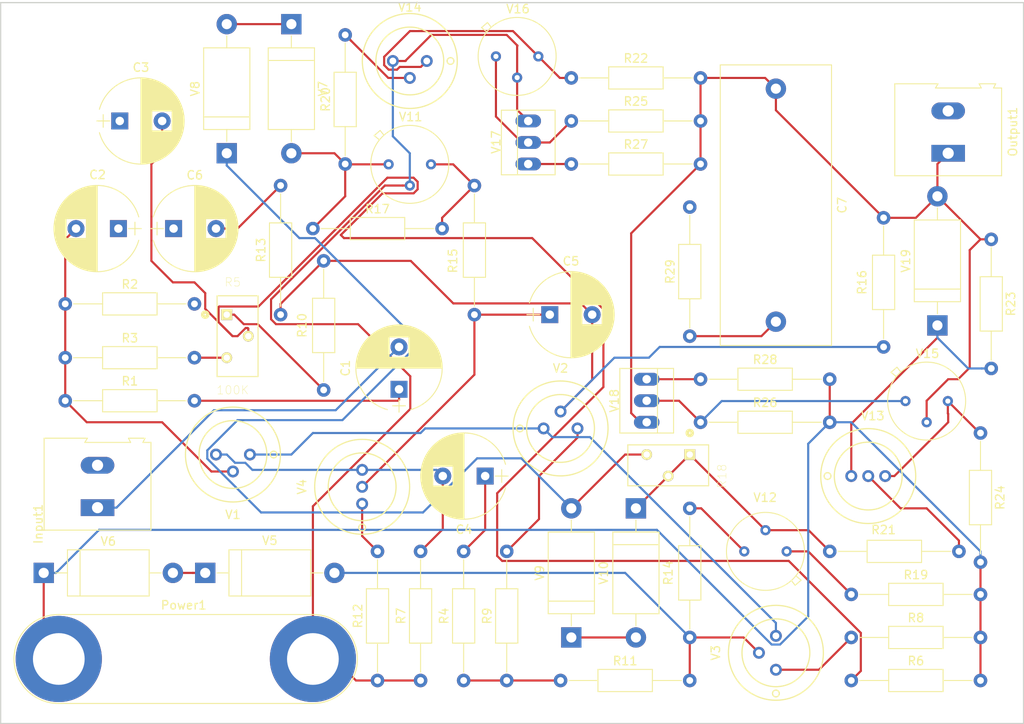
<source format=kicad_pcb>
(kicad_pcb (version 4) (host pcbnew 4.0.7)
  (layers (0 F.Cu signal) (31 B.Cu signal) (34 B.Paste user) (35 F.Paste user) (36 B.SilkS user) (37 F.SilkS user) (38 B.Mask user) (39 F.Mask user) (44 Edge.Cuts user))
  (net 0 "")
  (net 1 "Net-(C1-Pad1)")
  (net 2 "Net-(C1-Pad2)")
  (net 3 GNDD)
  (net 4 "Net-(C2-Pad2)")
  (net 5 "Net-(C3-Pad2)")
  (net 6 "Net-(C4-Pad1)")
  (net 7 "Net-(C4-Pad2)")
  (net 8 "Net-(C5-Pad1)")
  (net 9 "Net-(C5-Pad2)")
  (net 10 "Net-(C6-Pad2)")
  (net 11 "Net-(C7-Pad1)")
  (net 12 "Net-(C7-Pad2)")
  (net 13 +VDC)
  (net 14 -VDC)
  (net 15 "Net-(R3-Pad2)")
  (net 16 "Net-(R10-Pad2)")
  (net 17 "Net-(R8-Pad1)")
  (net 18 "Net-(R9-Pad2)")
  (net 19 "Net-(R11-Pad2)")
  (net 20 "Net-(R12-Pad2)")
  (net 21 "Net-(R14-Pad1)")
  (net 22 "Net-(R15-Pad1)")
  (net 23 "Net-(R17-Pad1)")
  (net 24 "Net-(R18-Pad1)")
  (net 25 "Net-(R18-Pad3)")
  (net 26 "Net-(R19-Pad1)")
  (net 27 "Net-(R20-Pad2)")
  (net 28 "Net-(R21-Pad1)")
  (net 29 "Net-(R22-Pad1)")
  (net 30 "Net-(R23-Pad2)")
  (net 31 "Net-(R24-Pad1)")
  (net 32 "Net-(R25-Pad1)")
  (net 33 "Net-(R26-Pad1)")
  (net 34 "Net-(R27-Pad1)")
  (net 35 "Net-(R28-Pad1)")
  (net 36 "Net-(V1-Pad1)")
  (net 37 "Net-(V5-Pad1)")
  (net 38 "Net-(V7-Pad1)")
  (net 39 "Net-(V10-Pad2)")
  (module Transistors_OldSowjetAera:OldSowjetaera_Transistor_Type-II_SmallPads (layer F.Cu) (at 150.59 105.41 180)
    (fp_text reference V1 (at 0 -7.1 180) (layer F.SilkS))
    (fp_text value "П307В ")
    (pad 2 thru_hole circle (at 0 -2 180) (size 1.4 1.4) (drill 0.8) (layers *.Cu *.Mask) (net 4 "Net-(C2-Pad2)"))
    (pad 1 thru_hole circle (at -2 0 180) (size 1.4 1.4) (drill 0.8) (layers *.Cu *.Mask) (net 36 "Net-(V1-Pad1)"))
    (pad 3 thru_hole circle (at 2 0 180) (size 1.4 1.4) (drill 0.8) (layers *.Cu *.Mask) (net 7 "Net-(C4-Pad2)"))
  )
  (module Capacitors_THT:CP_Radial_D10.0mm_P5.00mm (layer F.Cu) (at 170.18 97.71 90)
    (fp_text reference C1 (at 2.5 -6.31 90) (layer F.SilkS))
    (fp_text value "10,0 x 15 V")
    (pad 1 thru_hole rect (at 0 0 90) (size 2 2) (drill 1) (layers *.Cu *.Mask) (net 1 "Net-(C1-Pad1)"))
    (pad 2 thru_hole circle (at 5 0 90) (size 2 2) (drill 1) (layers *.Cu *.Mask) (net 2 "Net-(C1-Pad2)"))
  )
  (module Capacitors_THT:CP_Radial_D10.0mm_P5.00mm (layer F.Cu) (at 137.08 78.74 180)
    (fp_text reference C2 (at 2.46 6.35 180) (layer F.SilkS))
    (fp_text value 2200)
    (pad 1 thru_hole rect (at 0 0 180) (size 2 2) (drill 1) (layers *.Cu *.Mask) (net 3 GNDD))
    (pad 2 thru_hole circle (at 5 0 180) (size 2 2) (drill 1) (layers *.Cu *.Mask) (net 4 "Net-(C2-Pad2)"))
  )
  (module Capacitors_THT:CP_Radial_D10.0mm_P5.00mm (layer F.Cu) (at 137.24 66.04)
    (fp_text reference C3 (at 2.5 -6.31) (layer F.SilkS))
    (fp_text value "10,0 x 15 V")
    (pad 1 thru_hole rect (at 0 0) (size 2 2) (drill 1) (layers *.Cu *.Mask) (net 3 GNDD))
    (pad 2 thru_hole circle (at 5 0) (size 2 2) (drill 1) (layers *.Cu *.Mask) (net 5 "Net-(C3-Pad2)"))
  )
  (module Capacitors_THT:CP_Radial_D10.0mm_P5.00mm (layer F.Cu) (at 180.34 107.95 180)
    (fp_text reference C4 (at 2.5 -6.31 180) (layer F.SilkS))
    (fp_text value 0,033)
    (pad 1 thru_hole rect (at 0 0 180) (size 2 2) (drill 1) (layers *.Cu *.Mask) (net 6 "Net-(C4-Pad1)"))
    (pad 2 thru_hole circle (at 5 0 180) (size 2 2) (drill 1) (layers *.Cu *.Mask) (net 7 "Net-(C4-Pad2)"))
  )
  (module Capacitors_THT:CP_Radial_D10.0mm_P5.00mm (layer F.Cu) (at 187.96 88.9)
    (fp_text reference C5 (at 2.5 -6.31) (layer F.SilkS))
    (fp_text value 100)
    (pad 1 thru_hole rect (at 0 0) (size 2 2) (drill 1) (layers *.Cu *.Mask) (net 8 "Net-(C5-Pad1)"))
    (pad 2 thru_hole circle (at 5 0) (size 2 2) (drill 1) (layers *.Cu *.Mask) (net 9 "Net-(C5-Pad2)"))
  )
  (module Capacitors_THT:CP_Radial_D10.0mm_P5.00mm (layer F.Cu) (at 143.59 78.74)
    (fp_text reference C6 (at 2.5 -6.31) (layer F.SilkS))
    (fp_text value "50,0 x 15V")
    (pad 1 thru_hole rect (at 0 0) (size 2 2) (drill 1) (layers *.Cu *.Mask) (net 3 GNDD))
    (pad 2 thru_hole circle (at 5 0) (size 2 2) (drill 1) (layers *.Cu *.Mask) (net 10 "Net-(C6-Pad2)"))
  )
  (module Capacitors_THT:C_Rect_L33.0mm_W13.0mm_P27.50mm_MKS4 (layer F.Cu) (at 214.63 62.23 270)
    (fp_text reference C7 (at 13.75 -7.81 270) (layer F.SilkS))
    (fp_text value 0,1)
    (pad 1 thru_hole circle (at 0 0 270) (size 2.4 2.4) (drill 1.2) (layers *.Cu *.Mask) (net 11 "Net-(C7-Pad1)"))
    (pad 2 thru_hole circle (at 27.5 0 270) (size 2.4 2.4) (drill 1.2) (layers *.Cu *.Mask) (net 12 "Net-(C7-Pad2)"))
  )
  (module Connectors_Terminal_Blocks:TerminalBlock_Altech_AK300-2_P5.00mm (layer F.Cu) (at 134.62 111.68 90)
    (fp_text reference Input1 (at -1.92 -6.99 90) (layer F.SilkS))
    (fp_text value Conn_01x02)
    (pad 1 thru_hole rect (at 0 0 90) (size 1.98 3.96) (drill 1.32) (layers *.Cu *.Mask) (net 2 "Net-(C1-Pad2)"))
    (pad 2 thru_hole oval (at 5 0 90) (size 1.98 3.96) (drill 1.32) (layers *.Cu *.Mask) (net 3 GNDD))
  )
  (module Connectors_Terminal_Blocks:TerminalBlock_Altech_AK300-2_P5.00mm (layer F.Cu) (at 234.95 69.85 90)
    (fp_text reference Output1 (at 2.54 7.62 90) (layer F.SilkS))
    (fp_text value Conn_01x02)
    (pad 1 thru_hole rect (at 0 0 90) (size 1.98 3.96) (drill 1.32) (layers *.Cu *.Mask) (net 11 "Net-(C7-Pad1)"))
    (pad 2 thru_hole oval (at 5 0 90) (size 1.98 3.96) (drill 1.32) (layers *.Cu *.Mask) (net 3 GNDD))
  )
  (module Connectors:Banana_Jack_2Pin (layer F.Cu) (at 160.02 129.54 180)
    (fp_text reference Power1 (at 15.24 6.35 180) (layer F.SilkS))
    (fp_text value Conn_01x02)
    (pad 1 thru_hole circle (at 0 0 180) (size 10.16 10.16) (drill 6.1) (layers *.Cu *.Mask) (net 13 +VDC))
    (pad 2 thru_hole circle (at 29.97 0 180) (size 10.16 10.16) (drill 6.1) (layers *.Cu *.Mask) (net 14 -VDC))
  )
  (module Resistors_THT:R_Axial_DIN0207_L6.3mm_D2.5mm_P15.24mm_Horizontal (layer F.Cu) (at 130.81 99.06)
    (fp_text reference R1 (at 7.62 -2.31) (layer F.SilkS))
    (fp_text value 100)
    (pad 1 thru_hole circle (at 0 0) (size 1.6 1.6) (drill 0.8) (layers *.Cu *.Mask) (net 4 "Net-(C2-Pad2)"))
    (pad 2 thru_hole oval (at 15.24 0) (size 1.6 1.6) (drill 0.8) (layers *.Cu *.Mask) (net 1 "Net-(C1-Pad1)"))
  )
  (module Resistors_THT:R_Axial_DIN0207_L6.3mm_D2.5mm_P15.24mm_Horizontal (layer F.Cu) (at 130.81 87.63)
    (fp_text reference R2 (at 7.62 -2.31) (layer F.SilkS))
    (fp_text value 18K)
    (pad 1 thru_hole circle (at 0 0) (size 1.6 1.6) (drill 0.8) (layers *.Cu *.Mask) (net 4 "Net-(C2-Pad2)"))
    (pad 2 thru_hole oval (at 15.24 0) (size 1.6 1.6) (drill 0.8) (layers *.Cu *.Mask) (net 3 GNDD))
  )
  (module Resistors_THT:R_Axial_DIN0207_L6.3mm_D2.5mm_P15.24mm_Horizontal (layer F.Cu) (at 130.81 93.98)
    (fp_text reference R3 (at 7.62 -2.31) (layer F.SilkS))
    (fp_text value 39K)
    (pad 1 thru_hole circle (at 0 0) (size 1.6 1.6) (drill 0.8) (layers *.Cu *.Mask) (net 4 "Net-(C2-Pad2)"))
    (pad 2 thru_hole oval (at 15.24 0) (size 1.6 1.6) (drill 0.8) (layers *.Cu *.Mask) (net 15 "Net-(R3-Pad2)"))
  )
  (module Resistors_THT:R_Axial_DIN0207_L6.3mm_D2.5mm_P15.24mm_Horizontal (layer F.Cu) (at 177.8 132.08 90)
    (fp_text reference R4 (at 7.62 -2.31 90) (layer F.SilkS))
    (fp_text value 33)
    (pad 1 thru_hole circle (at 0 0 90) (size 1.6 1.6) (drill 0.8) (layers *.Cu *.Mask) (net 13 +VDC))
    (pad 2 thru_hole oval (at 15.24 0 90) (size 1.6 1.6) (drill 0.8) (layers *.Cu *.Mask) (net 6 "Net-(C4-Pad1)"))
  )
  (module Trimmer:TRIM_3296Y-1-202LF (layer F.Cu) (at 151.13 91.44)
    (fp_text reference R5 (at -0.566339 -6.36496) (layer F.SilkS) (effects (font (size 1.00235 1.00235) (thickness 0.05))))
    (fp_text value 100K (at -0.566568 6.36759) (layer F.SilkS) (effects (font (size 1.00277 1.00277) (thickness 0.05))))
    (pad 1 thru_hole rect (at -1.27 -2.54 270) (size 1.268 1.268) (drill 0.76) (layers *.Cu *.Mask F.SilkS) (net 16 "Net-(R10-Pad2)"))
    (pad 2 thru_hole circle (at 1.27 0 270) (size 1.268 1.268) (drill 0.76) (layers *.Cu *.Mask F.SilkS) (net 5 "Net-(C3-Pad2)"))
    (pad 3 thru_hole circle (at -1.27 2.54 270) (size 1.268 1.268) (drill 0.76) (layers *.Cu *.Mask F.SilkS) (net 15 "Net-(R3-Pad2)"))
  )
  (module Resistors_THT:R_Axial_DIN0207_L6.3mm_D2.5mm_P15.24mm_Horizontal (layer F.Cu) (at 223.52 132.08)
    (fp_text reference R6 (at 7.62 -2.31) (layer F.SilkS))
    (fp_text value 330K)
    (pad 1 thru_hole circle (at 0 0) (size 1.6 1.6) (drill 0.8) (layers *.Cu *.Mask) (net 5 "Net-(C3-Pad2)"))
    (pad 2 thru_hole oval (at 15.24 0) (size 1.6 1.6) (drill 0.8) (layers *.Cu *.Mask) (net 14 -VDC))
  )
  (module Resistors_THT:R_Axial_DIN0207_L6.3mm_D2.5mm_P15.24mm_Horizontal (layer F.Cu) (at 172.72 132.08 90)
    (fp_text reference R7 (at 7.62 -2.31 90) (layer F.SilkS))
    (fp_text value 820)
    (pad 1 thru_hole circle (at 0 0 90) (size 1.6 1.6) (drill 0.8) (layers *.Cu *.Mask) (net 13 +VDC))
    (pad 2 thru_hole oval (at 15.24 0 90) (size 1.6 1.6) (drill 0.8) (layers *.Cu *.Mask) (net 7 "Net-(C4-Pad2)"))
  )
  (module Resistors_THT:R_Axial_DIN0207_L6.3mm_D2.5mm_P15.24mm_Horizontal (layer F.Cu) (at 223.52 127)
    (fp_text reference R8 (at 7.62 -2.31) (layer F.SilkS))
    (fp_text value 270)
    (pad 1 thru_hole circle (at 0 0) (size 1.6 1.6) (drill 0.8) (layers *.Cu *.Mask) (net 17 "Net-(R8-Pad1)"))
    (pad 2 thru_hole oval (at 15.24 0) (size 1.6 1.6) (drill 0.8) (layers *.Cu *.Mask) (net 14 -VDC))
  )
  (module Resistors_THT:R_Axial_DIN0207_L6.3mm_D2.5mm_P15.24mm_Horizontal (layer F.Cu) (at 182.88 132.08 90)
    (fp_text reference R9 (at 7.62 -2.31 90) (layer F.SilkS))
    (fp_text value 820)
    (pad 1 thru_hole circle (at 0 0 90) (size 1.6 1.6) (drill 0.8) (layers *.Cu *.Mask) (net 13 +VDC))
    (pad 2 thru_hole oval (at 15.24 0 90) (size 1.6 1.6) (drill 0.8) (layers *.Cu *.Mask) (net 18 "Net-(R9-Pad2)"))
  )
  (module Resistors_THT:R_Axial_DIN0207_L6.3mm_D2.5mm_P15.24mm_Horizontal (layer F.Cu) (at 161.29 82.55 270)
    (fp_text reference R10 (at 7.62 2.54 270) (layer F.SilkS))
    (fp_text value 39K)
    (pad 1 thru_hole circle (at 0 0 270) (size 1.6 1.6) (drill 0.8) (layers *.Cu *.Mask) (net 9 "Net-(C5-Pad2)"))
    (pad 2 thru_hole oval (at 15.24 0 270) (size 1.6 1.6) (drill 0.8) (layers *.Cu *.Mask) (net 16 "Net-(R10-Pad2)"))
  )
  (module Resistors_THT:R_Axial_DIN0207_L6.3mm_D2.5mm_P15.24mm_Horizontal (layer F.Cu) (at 189.23 132.08)
    (fp_text reference R11 (at 7.62 -2.31) (layer F.SilkS))
    (fp_text value 18K)
    (pad 1 thru_hole circle (at 0 0) (size 1.6 1.6) (drill 0.8) (layers *.Cu *.Mask) (net 13 +VDC))
    (pad 2 thru_hole oval (at 15.24 0) (size 1.6 1.6) (drill 0.8) (layers *.Cu *.Mask) (net 19 "Net-(R11-Pad2)"))
  )
  (module Resistors_THT:R_Axial_DIN0207_L6.3mm_D2.5mm_P15.24mm_Horizontal (layer F.Cu) (at 167.64 132.08 90)
    (fp_text reference R12 (at 7.62 -2.31 90) (layer F.SilkS))
    (fp_text value 27)
    (pad 1 thru_hole circle (at 0 0 90) (size 1.6 1.6) (drill 0.8) (layers *.Cu *.Mask) (net 13 +VDC))
    (pad 2 thru_hole oval (at 15.24 0 90) (size 1.6 1.6) (drill 0.8) (layers *.Cu *.Mask) (net 20 "Net-(R12-Pad2)"))
  )
  (module Resistors_THT:R_Axial_DIN0207_L6.3mm_D2.5mm_P15.24mm_Horizontal (layer F.Cu) (at 156.21 88.9 90)
    (fp_text reference R13 (at 7.62 -2.31 90) (layer F.SilkS))
    (fp_text value 680)
    (pad 1 thru_hole circle (at 0 0 90) (size 1.6 1.6) (drill 0.8) (layers *.Cu *.Mask) (net 9 "Net-(C5-Pad2)"))
    (pad 2 thru_hole oval (at 15.24 0 90) (size 1.6 1.6) (drill 0.8) (layers *.Cu *.Mask) (net 10 "Net-(C6-Pad2)"))
  )
  (module Resistors_THT:R_Axial_DIN0207_L6.3mm_D2.5mm_P15.24mm_Horizontal (layer F.Cu) (at 204.47 111.76 270)
    (fp_text reference R14 (at 7.62 2.54 270) (layer F.SilkS))
    (fp_text value 1K)
    (pad 1 thru_hole circle (at 0 0 270) (size 1.6 1.6) (drill 0.8) (layers *.Cu *.Mask) (net 21 "Net-(R14-Pad1)"))
    (pad 2 thru_hole oval (at 15.24 0 270) (size 1.6 1.6) (drill 0.8) (layers *.Cu *.Mask) (net 19 "Net-(R11-Pad2)"))
  )
  (module Resistors_THT:R_Axial_DIN0207_L6.3mm_D2.5mm_P15.24mm_Horizontal (layer F.Cu) (at 179.07 73.66 270)
    (fp_text reference R15 (at 8.89 2.54 270) (layer F.SilkS))
    (fp_text value 47)
    (pad 1 thru_hole circle (at 0 0 270) (size 1.6 1.6) (drill 0.8) (layers *.Cu *.Mask) (net 22 "Net-(R15-Pad1)"))
    (pad 2 thru_hole oval (at 15.24 0 270) (size 1.6 1.6) (drill 0.8) (layers *.Cu *.Mask) (net 8 "Net-(C5-Pad1)"))
  )
  (module Resistors_THT:R_Axial_DIN0207_L6.3mm_D2.5mm_P15.24mm_Horizontal (layer F.Cu) (at 227.33 77.47 270)
    (fp_text reference R16 (at 7.62 2.54 270) (layer F.SilkS))
    (fp_text value 18K)
    (pad 1 thru_hole circle (at 0 0 270) (size 1.6 1.6) (drill 0.8) (layers *.Cu *.Mask) (net 11 "Net-(C7-Pad1)"))
    (pad 2 thru_hole oval (at 15.24 0 270) (size 1.6 1.6) (drill 0.8) (layers *.Cu *.Mask) (net 9 "Net-(C5-Pad2)"))
  )
  (module Resistors_THT:R_Axial_DIN0207_L6.3mm_D2.5mm_P15.24mm_Horizontal (layer F.Cu) (at 160.02 78.74)
    (fp_text reference R17 (at 7.62 -2.31) (layer F.SilkS))
    (fp_text value 390)
    (pad 1 thru_hole circle (at 0 0) (size 1.6 1.6) (drill 0.8) (layers *.Cu *.Mask) (net 23 "Net-(R17-Pad1)"))
    (pad 2 thru_hole oval (at 15.24 0) (size 1.6 1.6) (drill 0.8) (layers *.Cu *.Mask) (net 22 "Net-(R15-Pad1)"))
  )
  (module Trimmer:TRIM_3296Y-1-202LF (layer F.Cu) (at 201.93 106.68 270)
    (fp_text reference R18 (at 1.27 -6.35 270) (layer F.SilkS) (effects (font (size 1.00235 1.00235) (thickness 0.05))))
    (fp_text value 470)
    (pad 1 thru_hole rect (at -1.27 -2.54 180) (size 1.268 1.268) (drill 0.76) (layers *.Cu *.Mask F.SilkS) (net 24 "Net-(R18-Pad1)"))
    (pad 2 thru_hole circle (at 1.27 0 180) (size 1.268 1.268) (drill 0.76) (layers *.Cu *.Mask F.SilkS) (net 24 "Net-(R18-Pad1)"))
    (pad 3 thru_hole circle (at -1.27 2.54 180) (size 1.268 1.268) (drill 0.76) (layers *.Cu *.Mask F.SilkS) (net 25 "Net-(R18-Pad3)"))
  )
  (module Resistors_THT:R_Axial_DIN0207_L6.3mm_D2.5mm_P15.24mm_Horizontal (layer F.Cu) (at 223.52 121.92)
    (fp_text reference R19 (at 7.62 -2.31) (layer F.SilkS))
    (fp_text value 56)
    (pad 1 thru_hole circle (at 0 0) (size 1.6 1.6) (drill 0.8) (layers *.Cu *.Mask) (net 26 "Net-(R19-Pad1)"))
    (pad 2 thru_hole oval (at 15.24 0) (size 1.6 1.6) (drill 0.8) (layers *.Cu *.Mask) (net 14 -VDC))
  )
  (module Resistors_THT:R_Axial_DIN0207_L6.3mm_D2.5mm_P15.24mm_Horizontal (layer F.Cu) (at 163.83 71.12 90)
    (fp_text reference R20 (at 7.62 -2.31 90) (layer F.SilkS))
    (fp_text value 100)
    (pad 1 thru_hole circle (at 0 0 90) (size 1.6 1.6) (drill 0.8) (layers *.Cu *.Mask) (net 23 "Net-(R17-Pad1)"))
    (pad 2 thru_hole oval (at 15.24 0 90) (size 1.6 1.6) (drill 0.8) (layers *.Cu *.Mask) (net 27 "Net-(R20-Pad2)"))
  )
  (module Resistors_THT:R_Axial_DIN0207_L6.3mm_D2.5mm_P15.24mm_Horizontal (layer F.Cu) (at 236.22 116.84 180)
    (fp_text reference R21 (at 8.89 2.54 180) (layer F.SilkS))
    (fp_text value 100)
    (pad 1 thru_hole circle (at 0 0 180) (size 1.6 1.6) (drill 0.8) (layers *.Cu *.Mask) (net 28 "Net-(R21-Pad1)"))
    (pad 2 thru_hole oval (at 15.24 0 180) (size 1.6 1.6) (drill 0.8) (layers *.Cu *.Mask) (net 24 "Net-(R18-Pad1)"))
  )
  (module Resistors_THT:R_Axial_DIN0207_L6.3mm_D2.5mm_P15.24mm_Horizontal (layer F.Cu) (at 190.5 60.96)
    (fp_text reference R22 (at 7.62 -2.31) (layer F.SilkS))
    (fp_text value 1K)
    (pad 1 thru_hole circle (at 0 0) (size 1.6 1.6) (drill 0.8) (layers *.Cu *.Mask) (net 29 "Net-(R22-Pad1)"))
    (pad 2 thru_hole oval (at 15.24 0) (size 1.6 1.6) (drill 0.8) (layers *.Cu *.Mask) (net 11 "Net-(C7-Pad1)"))
  )
  (module Resistors_THT:R_Axial_DIN0207_L6.3mm_D2.5mm_P15.24mm_Horizontal (layer F.Cu) (at 240.03 80.01 270)
    (fp_text reference R23 (at 7.62 -2.31 270) (layer F.SilkS))
    (fp_text value 100)
    (pad 1 thru_hole circle (at 0 0 270) (size 1.6 1.6) (drill 0.8) (layers *.Cu *.Mask) (net 11 "Net-(C7-Pad1)"))
    (pad 2 thru_hole oval (at 15.24 0 270) (size 1.6 1.6) (drill 0.8) (layers *.Cu *.Mask) (net 30 "Net-(R23-Pad2)"))
  )
  (module Resistors_THT:R_Axial_DIN0207_L6.3mm_D2.5mm_P15.24mm_Horizontal (layer F.Cu) (at 238.76 102.87 270)
    (fp_text reference R24 (at 7.62 -2.31 270) (layer F.SilkS))
    (fp_text value 1K)
    (pad 1 thru_hole circle (at 0 0 270) (size 1.6 1.6) (drill 0.8) (layers *.Cu *.Mask) (net 31 "Net-(R24-Pad1)"))
    (pad 2 thru_hole oval (at 15.24 0 270) (size 1.6 1.6) (drill 0.8) (layers *.Cu *.Mask) (net 14 -VDC))
  )
  (module Resistors_THT:R_Axial_DIN0207_L6.3mm_D2.5mm_P15.24mm_Horizontal (layer F.Cu) (at 190.5 66.04)
    (fp_text reference R25 (at 7.62 -2.31) (layer F.SilkS))
    (fp_text value 270)
    (pad 1 thru_hole circle (at 0 0) (size 1.6 1.6) (drill 0.8) (layers *.Cu *.Mask) (net 32 "Net-(R25-Pad1)"))
    (pad 2 thru_hole oval (at 15.24 0) (size 1.6 1.6) (drill 0.8) (layers *.Cu *.Mask) (net 11 "Net-(C7-Pad1)"))
  )
  (module Resistors_THT:R_Axial_DIN0207_L6.3mm_D2.5mm_P15.24mm_Horizontal (layer F.Cu) (at 205.74 101.6)
    (fp_text reference R26 (at 7.62 -2.31) (layer F.SilkS))
    (fp_text value 270)
    (pad 1 thru_hole circle (at 0 0) (size 1.6 1.6) (drill 0.8) (layers *.Cu *.Mask) (net 33 "Net-(R26-Pad1)"))
    (pad 2 thru_hole oval (at 15.24 0) (size 1.6 1.6) (drill 0.8) (layers *.Cu *.Mask) (net 14 -VDC))
  )
  (module Resistors_THT:R_Axial_DIN0207_L6.3mm_D2.5mm_P15.24mm_Horizontal (layer F.Cu) (at 190.5 71.12)
    (fp_text reference R27 (at 7.62 -2.31) (layer F.SilkS))
    (fp_text value 0,51)
    (pad 1 thru_hole circle (at 0 0) (size 1.6 1.6) (drill 0.8) (layers *.Cu *.Mask) (net 34 "Net-(R27-Pad1)"))
    (pad 2 thru_hole oval (at 15.24 0) (size 1.6 1.6) (drill 0.8) (layers *.Cu *.Mask) (net 11 "Net-(C7-Pad1)"))
  )
  (module Resistors_THT:R_Axial_DIN0207_L6.3mm_D2.5mm_P15.24mm_Horizontal (layer F.Cu) (at 205.74 96.52)
    (fp_text reference R28 (at 7.62 -2.31) (layer F.SilkS))
    (fp_text value 0,51)
    (pad 1 thru_hole circle (at 0 0) (size 1.6 1.6) (drill 0.8) (layers *.Cu *.Mask) (net 35 "Net-(R28-Pad1)"))
    (pad 2 thru_hole oval (at 15.24 0) (size 1.6 1.6) (drill 0.8) (layers *.Cu *.Mask) (net 14 -VDC))
  )
  (module Resistors_THT:R_Axial_DIN0207_L6.3mm_D2.5mm_P15.24mm_Horizontal (layer F.Cu) (at 204.47 91.44 90)
    (fp_text reference R29 (at 7.62 -2.31 90) (layer F.SilkS))
    (fp_text value 20)
    (pad 1 thru_hole circle (at 0 0 90) (size 1.6 1.6) (drill 0.8) (layers *.Cu *.Mask) (net 12 "Net-(C7-Pad2)"))
    (pad 2 thru_hole oval (at 15.24 0 90) (size 1.6 1.6) (drill 0.8) (layers *.Cu *.Mask) (net 3 GNDD))
  )
  (module Transistors_OldSowjetAera:OldSowjetaera_Transistor_Type-II_SmallPads (layer F.Cu) (at 189.23 102.33)
    (fp_text reference V2 (at 0 -7.1) (layer F.SilkS))
    (fp_text value "П307В ")
    (pad 2 thru_hole circle (at 0 -2) (size 1.4 1.4) (drill 0.8) (layers *.Cu *.Mask) (net 9 "Net-(C5-Pad2)"))
    (pad 1 thru_hole circle (at -2 0) (size 1.4 1.4) (drill 0.8) (layers *.Cu *.Mask) (net 36 "Net-(V1-Pad1)"))
    (pad 3 thru_hole circle (at 2 0) (size 1.4 1.4) (drill 0.8) (layers *.Cu *.Mask) (net 18 "Net-(R9-Pad2)"))
  )
  (module Transistors_OldSowjetAera:OldSowjetaera_Transistor_Type-II_SmallPads (layer F.Cu) (at 214.63 128.81 90)
    (fp_text reference V3 (at 0 -7.1 90) (layer F.SilkS))
    (fp_text value "П307В ")
    (pad 2 thru_hole circle (at 0 -2 90) (size 1.4 1.4) (drill 0.8) (layers *.Cu *.Mask) (net 19 "Net-(R11-Pad2)"))
    (pad 1 thru_hole circle (at -2 0 90) (size 1.4 1.4) (drill 0.8) (layers *.Cu *.Mask) (net 17 "Net-(R8-Pad1)"))
    (pad 3 thru_hole circle (at 2 0 90) (size 1.4 1.4) (drill 0.8) (layers *.Cu *.Mask) (net 36 "Net-(V1-Pad1)"))
  )
  (module Transistors_OldSowjetAera:OldSowjetaera_Transistor_Type-I_SmallPads (layer F.Cu) (at 165.83 109.22 90)
    (fp_text reference V4 (at 0 -7.1 90) (layer F.SilkS))
    (fp_text value KT209M)
    (pad 2 thru_hole circle (at 0 0 90) (size 1.4 1.4) (drill 0.8) (layers *.Cu *.Mask) (net 8 "Net-(C5-Pad1)"))
    (pad 1 thru_hole circle (at -2 0 90) (size 1.4 1.4) (drill 0.8) (layers *.Cu *.Mask) (net 20 "Net-(R12-Pad2)"))
    (pad 3 thru_hole circle (at 2 0 90) (size 1.4 1.4) (drill 0.8) (layers *.Cu *.Mask) (net 7 "Net-(C4-Pad2)"))
  )
  (module Diodes_THT:D_DO-27_P15.24mm_Horizontal (layer F.Cu) (at 147.32 119.38)
    (fp_text reference V5 (at 7.62 -3.81) (layer F.SilkS))
    (fp_text value Д223)
    (pad 1 thru_hole rect (at 0 0) (size 2.4 2.4) (drill 1.2) (layers *.Cu *.Mask) (net 37 "Net-(V5-Pad1)"))
    (pad 2 thru_hole oval (at 15.24 0) (size 2.4 2.4) (drill 1.2) (layers *.Cu *.Mask) (net 19 "Net-(R11-Pad2)"))
  )
  (module Diodes_THT:D_DO-27_P15.24mm_Horizontal (layer F.Cu) (at 128.27 119.38)
    (fp_text reference V6 (at 7.62 -3.725) (layer F.SilkS))
    (fp_text value Д223)
    (pad 1 thru_hole rect (at 0 0) (size 2.4 2.4) (drill 1.2) (layers *.Cu *.Mask) (net 14 -VDC))
    (pad 2 thru_hole oval (at 15.24 0) (size 2.4 2.4) (drill 1.2) (layers *.Cu *.Mask) (net 37 "Net-(V5-Pad1)"))
  )
  (module Diodes_THT:D_DO-27_P15.24mm_Horizontal (layer F.Cu) (at 157.48 54.61 270)
    (fp_text reference V7 (at 7.62 -3.725 270) (layer F.SilkS))
    (fp_text value Д223Б)
    (pad 1 thru_hole rect (at 0 0 270) (size 2.4 2.4) (drill 1.2) (layers *.Cu *.Mask) (net 38 "Net-(V7-Pad1)"))
    (pad 2 thru_hole oval (at 15.24 0 270) (size 2.4 2.4) (drill 1.2) (layers *.Cu *.Mask) (net 23 "Net-(R17-Pad1)"))
  )
  (module Diodes_THT:D_DO-27_P15.24mm_Horizontal (layer F.Cu) (at 149.86 69.85 90)
    (fp_text reference V8 (at 7.62 -3.725 90) (layer F.SilkS))
    (fp_text value Д223Б)
    (pad 1 thru_hole rect (at 0 0 90) (size 2.4 2.4) (drill 1.2) (layers *.Cu *.Mask) (net 25 "Net-(R18-Pad3)"))
    (pad 2 thru_hole oval (at 15.24 0 90) (size 2.4 2.4) (drill 1.2) (layers *.Cu *.Mask) (net 38 "Net-(V7-Pad1)"))
  )
  (module Diodes_THT:D_DO-27_P15.24mm_Horizontal (layer F.Cu) (at 190.5 127 90)
    (fp_text reference V9 (at 7.62 -3.725 90) (layer F.SilkS))
    (fp_text value Д223Б)
    (pad 1 thru_hole rect (at 0 0 90) (size 2.4 2.4) (drill 1.2) (layers *.Cu *.Mask) (net 39 "Net-(V10-Pad2)"))
    (pad 2 thru_hole oval (at 15.24 0 90) (size 2.4 2.4) (drill 1.2) (layers *.Cu *.Mask) (net 25 "Net-(R18-Pad3)"))
  )
  (module Diodes_THT:D_DO-27_P15.24mm_Horizontal (layer F.Cu) (at 198.12 111.76 270)
    (fp_text reference V10 (at 7.62 3.81 270) (layer F.SilkS))
    (fp_text value Д223Б)
    (pad 1 thru_hole rect (at 0 0 270) (size 2.4 2.4) (drill 1.2) (layers *.Cu *.Mask) (net 24 "Net-(R18-Pad1)"))
    (pad 2 thru_hole oval (at 15.24 0 270) (size 2.4 2.4) (drill 1.2) (layers *.Cu *.Mask) (net 39 "Net-(V10-Pad2)"))
  )
  (module Crystals:Crystal_HC35-U (layer F.Cu) (at 168.95 71.16)
    (fp_text reference V11 (at 2.6 -5.6) (layer F.SilkS))
    (fp_text value KT602Б)
    (pad 1 thru_hole circle (at 0 0) (size 1.2 1.2) (drill 0.6) (layers *.Cu *.Mask) (net 23 "Net-(R17-Pad1)"))
    (pad 2 thru_hole circle (at 5 0) (size 1.2 1.2) (drill 0.6) (layers *.Cu *.Mask) (net 22 "Net-(R15-Pad1)"))
    (pad 3 thru_hole circle (at 2.5 2.5) (size 1.2 1.2) (drill 0.6) (layers *.Cu *.Mask) (net 13 +VDC))
  )
  (module Crystals:Crystal_HC35-U (layer F.Cu) (at 215.9 116.84 180)
    (fp_text reference V12 (at 2.54 6.35 180) (layer F.SilkS))
    (fp_text value KT602Б)
    (pad 1 thru_hole circle (at 0 0 180) (size 1.2 1.2) (drill 0.6) (layers *.Cu *.Mask) (net 26 "Net-(R19-Pad1)"))
    (pad 2 thru_hole circle (at 5 0 180) (size 1.2 1.2) (drill 0.6) (layers *.Cu *.Mask) (net 21 "Net-(R14-Pad1)"))
    (pad 3 thru_hole circle (at 2.5 2.5 180) (size 1.2 1.2) (drill 0.6) (layers *.Cu *.Mask) (net 24 "Net-(R18-Pad1)"))
  )
  (module Transistors_OldSowjetAera:OldSowjetaera_Transistor_Type-I_SmallPads (layer F.Cu) (at 225.52 107.95)
    (fp_text reference V13 (at 0.54 -7.1) (layer F.SilkS))
    (fp_text value KT209M)
    (pad 2 thru_hole circle (at 0 0) (size 1.4 1.4) (drill 0.8) (layers *.Cu *.Mask) (net 28 "Net-(R21-Pad1)"))
    (pad 1 thru_hole circle (at -2 0) (size 1.4 1.4) (drill 0.8) (layers *.Cu *.Mask) (net 30 "Net-(R23-Pad2)"))
    (pad 3 thru_hole circle (at 2 0) (size 1.4 1.4) (drill 0.8) (layers *.Cu *.Mask) (net 31 "Net-(R24-Pad1)"))
  )
  (module Transistors_OldSowjetAera:OldSowjetaera_Transistor_Type-II_SmallPads (layer F.Cu) (at 171.45 58.96 180)
    (fp_text reference V14 (at 0 6.35 180) (layer F.SilkS))
    (fp_text value "П307В ")
    (pad 2 thru_hole circle (at 0 -2 180) (size 1.4 1.4) (drill 0.8) (layers *.Cu *.Mask) (net 27 "Net-(R20-Pad2)"))
    (pad 1 thru_hole circle (at -2 0 180) (size 1.4 1.4) (drill 0.8) (layers *.Cu *.Mask) (net 29 "Net-(R22-Pad1)"))
    (pad 3 thru_hole circle (at 2 0 180) (size 1.4 1.4) (drill 0.8) (layers *.Cu *.Mask) (net 13 +VDC))
  )
  (module Crystals:Crystal_HC35-U (layer F.Cu) (at 229.91 99.1)
    (fp_text reference V15 (at 2.6 -5.6) (layer F.SilkS))
    (fp_text value KT801Б)
    (pad 1 thru_hole circle (at 0 0) (size 1.2 1.2) (drill 0.6) (layers *.Cu *.Mask) (net 33 "Net-(R26-Pad1)"))
    (pad 2 thru_hole circle (at 5 0) (size 1.2 1.2) (drill 0.6) (layers *.Cu *.Mask) (net 31 "Net-(R24-Pad1)"))
    (pad 3 thru_hole circle (at 2.5 2.5) (size 1.2 1.2) (drill 0.6) (layers *.Cu *.Mask) (net 11 "Net-(C7-Pad1)"))
  )
  (module Crystals:Crystal_HC35-U (layer F.Cu) (at 181.61 58.42)
    (fp_text reference V16 (at 2.6 -5.6) (layer F.SilkS))
    (fp_text value KT801Б)
    (pad 1 thru_hole circle (at 0 0) (size 1.2 1.2) (drill 0.6) (layers *.Cu *.Mask) (net 32 "Net-(R25-Pad1)"))
    (pad 2 thru_hole circle (at 5 0) (size 1.2 1.2) (drill 0.6) (layers *.Cu *.Mask) (net 29 "Net-(R22-Pad1)"))
    (pad 3 thru_hole circle (at 2.5 2.5) (size 1.2 1.2) (drill 0.6) (layers *.Cu *.Mask) (net 13 +VDC))
  )
  (module Connectors:PINHEAD1-3 (layer F.Cu) (at 185.42 71.12 90)
    (fp_text reference V17 (at 2.59 -3.8 90) (layer F.SilkS))
    (fp_text value KT805A)
    (pad 1 thru_hole oval (at 0 0 90) (size 1.51 3.01) (drill 1) (layers *.Cu *.Mask) (net 34 "Net-(R27-Pad1)"))
    (pad 2 thru_hole oval (at 2.54 0 90) (size 1.51 3.01) (drill 1) (layers *.Cu *.Mask) (net 32 "Net-(R25-Pad1)"))
    (pad 3 thru_hole oval (at 5.08 0 90) (size 1.51 3.01) (drill 1) (layers *.Cu *.Mask) (net 13 +VDC))
  )
  (module Connectors:PINHEAD1-3 (layer F.Cu) (at 199.39 96.52 270)
    (fp_text reference V18 (at 2.54 3.81 270) (layer F.SilkS))
    (fp_text value KT805A)
    (pad 1 thru_hole oval (at 0 0 270) (size 1.51 3.01) (drill 1) (layers *.Cu *.Mask) (net 35 "Net-(R28-Pad1)"))
    (pad 2 thru_hole oval (at 2.54 0 270) (size 1.51 3.01) (drill 1) (layers *.Cu *.Mask) (net 33 "Net-(R26-Pad1)"))
    (pad 3 thru_hole oval (at 5.08 0 270) (size 1.51 3.01) (drill 1) (layers *.Cu *.Mask) (net 11 "Net-(C7-Pad1)"))
  )
  (module Diodes_THT:D_DO-27_P15.24mm_Horizontal (layer F.Cu) (at 233.68 90.17 90)
    (fp_text reference V19 (at 7.62 -3.725 90) (layer F.SilkS))
    (fp_text value Д223Б)
    (pad 1 thru_hole rect (at 0 0 90) (size 2.4 2.4) (drill 1.2) (layers *.Cu *.Mask) (net 30 "Net-(R23-Pad2)"))
    (pad 2 thru_hole oval (at 15.24 0 90) (size 2.4 2.4) (drill 1.2) (layers *.Cu *.Mask) (net 11 "Net-(C7-Pad1)"))
  )
  (gr_line (start 123.19 52.07) (end 123.19 137.16) (layer Edge.Cuts) (width 0.15))
  (gr_line (start 243.84 52.07) (end 123.19 52.07) (layer Edge.Cuts) (width 0.15))
  (gr_line (start 243.84 137.16) (end 243.84 52.07) (angle 90) (layer Edge.Cuts) (width 0.15))
  (gr_line (start 123.19 137.16) (end 243.84 137.16) (angle 90) (layer Edge.Cuts) (width 0.15))
  (segment (start 146.05 99.06) (end 170.08 99.06) (width 0.25) (layer F.Cu) (net 1))
  (segment (start 170.08 99.06) (end 170.18 98.96) (width 0.25) (layer F.Cu) (net 1))
  (segment (start 170.18 98.96) (end 170.18 97.71) (width 0.25) (layer F.Cu) (net 1))
  (segment (start 170.18 92.71) (end 162.704999 100.185001) (width 0.25) (layer B.Cu) (net 2))
  (segment (start 148.344999 100.185001) (end 136.85 111.68) (width 0.25) (layer B.Cu) (net 2))
  (segment (start 162.704999 100.185001) (end 148.344999 100.185001) (width 0.25) (layer B.Cu) (net 2))
  (segment (start 136.85 111.68) (end 134.62 111.68) (width 0.25) (layer B.Cu) (net 2))
  (segment (start 130.81 99.06) (end 133.35 101.6) (width 0.25) (layer F.Cu) (net 4))
  (segment (start 133.35 101.6) (end 142.24 101.6) (width 0.25) (layer F.Cu) (net 4))
  (segment (start 142.24 101.6) (end 148.05 107.41) (width 0.25) (layer F.Cu) (net 4))
  (segment (start 148.05 107.41) (end 150.59 107.41) (width 0.25) (layer F.Cu) (net 4))
  (segment (start 130.81 99.06) (end 130.81 93.98) (width 0.25) (layer F.Cu) (net 4))
  (segment (start 130.81 93.98) (end 130.81 87.63) (width 0.25) (layer F.Cu) (net 4))
  (segment (start 130.81 87.63) (end 130.81 80.01) (width 0.25) (layer F.Cu) (net 4))
  (segment (start 130.81 80.01) (end 132.08 78.74) (width 0.25) (layer F.Cu) (net 4))
  (segment (start 152.094989 90.475011) (end 152.331622 90.475011) (width 0.25) (layer F.Cu) (net 5))
  (segment (start 152.331622 90.475011) (end 152.4 90.543389) (width 0.25) (layer F.Cu) (net 5))
  (segment (start 152.4 90.543389) (end 152.4 91.44) (width 0.25) (layer F.Cu) (net 5))
  (segment (start 163.685001 79.865001) (end 163.315704 79.495704) (width 0.25) (layer F.Cu) (net 5))
  (segment (start 172.375001 73.215999) (end 171.894001 72.734999) (width 0.25) (layer F.Cu) (net 5))
  (segment (start 223.52 132.08) (end 224.645001 130.954999) (width 0.25) (layer F.Cu) (net 5))
  (segment (start 224.645001 130.954999) (end 224.645001 126.459999) (width 0.25) (layer F.Cu) (net 5))
  (segment (start 224.645001 126.459999) (end 216.150003 117.965001) (width 0.25) (layer F.Cu) (net 5))
  (segment (start 172.375001 74.104001) (end 172.375001 73.215999) (width 0.25) (layer F.Cu) (net 5))
  (segment (start 216.150003 117.965001) (end 182.339999 117.965001) (width 0.25) (layer F.Cu) (net 5))
  (segment (start 182.339999 117.965001) (end 181.754999 117.380001) (width 0.25) (layer F.Cu) (net 5))
  (segment (start 181.754999 109.975021) (end 194.285001 97.445019) (width 0.25) (layer F.Cu) (net 5))
  (segment (start 181.754999 117.380001) (end 181.754999 109.975021) (width 0.25) (layer F.Cu) (net 5))
  (segment (start 171.894001 74.585001) (end 172.375001 74.104001) (width 0.25) (layer F.Cu) (net 5))
  (segment (start 194.285001 97.445019) (end 194.285001 88.263999) (width 0.25) (layer F.Cu) (net 5))
  (segment (start 148.965999 87.940999) (end 148.900999 88.005999) (width 0.25) (layer F.Cu) (net 5))
  (segment (start 194.285001 88.263999) (end 185.886003 79.865001) (width 0.25) (layer F.Cu) (net 5))
  (segment (start 185.886003 79.865001) (end 163.685001 79.865001) (width 0.25) (layer F.Cu) (net 5))
  (segment (start 163.315704 79.495704) (end 168.226407 74.585001) (width 0.25) (layer F.Cu) (net 5))
  (segment (start 168.226407 74.585001) (end 171.894001 74.585001) (width 0.25) (layer F.Cu) (net 5))
  (segment (start 171.894001 72.734999) (end 168.803589 72.734999) (width 0.25) (layer F.Cu) (net 5))
  (segment (start 168.803589 72.734999) (end 153.597589 87.940999) (width 0.25) (layer F.Cu) (net 5))
  (segment (start 153.597589 87.940999) (end 148.965999 87.940999) (width 0.25) (layer F.Cu) (net 5))
  (segment (start 148.900999 89.794001) (end 150.546998 91.44) (width 0.25) (layer F.Cu) (net 5))
  (segment (start 148.900999 88.005999) (end 148.900999 89.794001) (width 0.25) (layer F.Cu) (net 5))
  (segment (start 150.546998 91.44) (end 151.13 91.44) (width 0.25) (layer F.Cu) (net 5))
  (segment (start 151.13 91.44) (end 152.094989 90.475011) (width 0.25) (layer F.Cu) (net 5))
  (segment (start 150.546998 91.44) (end 147.32 88.213002) (width 0.25) (layer F.Cu) (net 5))
  (segment (start 146.05 85.09) (end 143.51 85.09) (width 0.25) (layer F.Cu) (net 5))
  (segment (start 147.32 88.213002) (end 147.32 86.36) (width 0.25) (layer F.Cu) (net 5))
  (segment (start 147.32 86.36) (end 146.05 85.09) (width 0.25) (layer F.Cu) (net 5))
  (segment (start 143.51 85.09) (end 140.97 82.55) (width 0.25) (layer F.Cu) (net 5))
  (segment (start 140.97 82.55) (end 140.97 71.12) (width 0.25) (layer F.Cu) (net 5))
  (segment (start 142.24 69.85) (end 142.24 66.04) (width 0.25) (layer F.Cu) (net 5))
  (segment (start 140.97 71.12) (end 142.24 69.85) (width 0.25) (layer F.Cu) (net 5))
  (segment (start 180.34 107.95) (end 180.34 114.3) (width 0.25) (layer F.Cu) (net 6))
  (segment (start 180.34 114.3) (end 177.8 116.84) (width 0.25) (layer F.Cu) (net 6))
  (segment (start 177.72 116.76) (end 177.8 116.84) (width 0.25) (layer F.Cu) (net 6))
  (segment (start 165.83 107.22) (end 174.61 107.22) (width 0.25) (layer B.Cu) (net 7))
  (segment (start 174.61 107.22) (end 175.34 107.95) (width 0.25) (layer B.Cu) (net 7))
  (segment (start 148.59 105.41) (end 149.86 105.41) (width 0.25) (layer B.Cu) (net 7))
  (segment (start 149.86 105.41) (end 150.834999 106.384999) (width 0.25) (layer B.Cu) (net 7))
  (segment (start 150.834999 106.384999) (end 152.047997 106.384999) (width 0.25) (layer B.Cu) (net 7))
  (segment (start 152.047997 106.384999) (end 152.882998 107.22) (width 0.25) (layer B.Cu) (net 7))
  (segment (start 152.882998 107.22) (end 165.83 107.22) (width 0.25) (layer B.Cu) (net 7))
  (segment (start 175.34 107.95) (end 175.34 114.22) (width 0.25) (layer F.Cu) (net 7))
  (segment (start 175.34 114.22) (end 172.72 116.84) (width 0.25) (layer F.Cu) (net 7))
  (segment (start 179.07 88.9) (end 179.07 95.98) (width 0.25) (layer F.Cu) (net 8))
  (segment (start 179.07 95.98) (end 165.83 109.22) (width 0.25) (layer F.Cu) (net 8))
  (segment (start 179.07 88.9) (end 187.96 88.9) (width 0.25) (layer F.Cu) (net 8))
  (segment (start 176.585001 87.574999) (end 171.560002 82.55) (width 0.25) (layer F.Cu) (net 9))
  (segment (start 171.560002 82.55) (end 161.29 82.55) (width 0.25) (layer F.Cu) (net 9))
  (segment (start 192.96 88.9) (end 191.634999 87.574999) (width 0.25) (layer F.Cu) (net 9))
  (segment (start 191.634999 87.574999) (end 176.585001 87.574999) (width 0.25) (layer F.Cu) (net 9))
  (segment (start 199.652636 93.98) (end 195.58 93.98) (width 0.25) (layer B.Cu) (net 9))
  (segment (start 195.58 93.98) (end 189.23 100.33) (width 0.25) (layer B.Cu) (net 9))
  (segment (start 227.33 92.71) (end 200.922636 92.71) (width 0.25) (layer B.Cu) (net 9))
  (segment (start 200.922636 92.71) (end 199.652636 93.98) (width 0.25) (layer B.Cu) (net 9))
  (segment (start 156.21 88.9) (end 156.21 87.63) (width 0.25) (layer F.Cu) (net 9))
  (segment (start 156.21 87.63) (end 161.29 82.55) (width 0.25) (layer F.Cu) (net 9))
  (segment (start 192.96 88.9) (end 192.96 96.6) (width 0.25) (layer F.Cu) (net 9))
  (segment (start 192.96 96.6) (end 189.23 100.33) (width 0.25) (layer F.Cu) (net 9))
  (segment (start 148.59 78.74) (end 151.13 78.74) (width 0.25) (layer F.Cu) (net 10))
  (segment (start 151.13 78.74) (end 156.21 73.66) (width 0.25) (layer F.Cu) (net 10))
  (segment (start 214.63 62.23) (end 214.63 64.77) (width 0.25) (layer F.Cu) (net 11))
  (segment (start 214.63 64.77) (end 227.33 77.47) (width 0.25) (layer F.Cu) (net 11))
  (segment (start 233.68 74.93) (end 233.68 71.12) (width 0.25) (layer F.Cu) (net 11))
  (segment (start 233.68 71.12) (end 234.95 69.85) (width 0.25) (layer F.Cu) (net 11))
  (segment (start 227.33 77.47) (end 231.14 77.47) (width 0.25) (layer F.Cu) (net 11))
  (segment (start 231.14 77.47) (end 233.68 74.93) (width 0.25) (layer F.Cu) (net 11))
  (segment (start 233.68 74.93) (end 238.76 80.01) (width 0.25) (layer F.Cu) (net 11))
  (segment (start 238.76 80.01) (end 240.03 80.01) (width 0.25) (layer F.Cu) (net 11))
  (segment (start 234.95 96.52) (end 232.41 99.06) (width 0.25) (layer F.Cu) (net 11))
  (segment (start 232.41 99.06) (end 232.41 101.6) (width 0.25) (layer F.Cu) (net 11))
  (segment (start 236.120998 96.52) (end 234.95 96.52) (width 0.25) (layer F.Cu) (net 11))
  (segment (start 237.49 81.28) (end 237.49 95.150998) (width 0.25) (layer F.Cu) (net 11))
  (segment (start 237.49 95.150998) (end 236.120998 96.52) (width 0.25) (layer F.Cu) (net 11))
  (segment (start 238.76 80.01) (end 237.49 81.28) (width 0.25) (layer F.Cu) (net 11))
  (segment (start 205.74 71.12) (end 197.55999 79.30001) (width 0.25) (layer F.Cu) (net 11))
  (segment (start 197.55999 79.30001) (end 197.55999 100.51999) (width 0.25) (layer F.Cu) (net 11))
  (segment (start 197.55999 100.51999) (end 198.64 101.6) (width 0.25) (layer F.Cu) (net 11))
  (segment (start 198.64 101.6) (end 199.39 101.6) (width 0.25) (layer F.Cu) (net 11))
  (segment (start 205.74 66.04) (end 205.74 71.12) (width 0.25) (layer F.Cu) (net 11))
  (segment (start 205.74 60.96) (end 205.74 66.04) (width 0.25) (layer F.Cu) (net 11))
  (segment (start 205.74 60.96) (end 213.36 60.96) (width 0.25) (layer F.Cu) (net 11))
  (segment (start 213.36 60.96) (end 214.63 62.23) (width 0.25) (layer F.Cu) (net 11))
  (segment (start 204.47 91.44) (end 212.92 91.44) (width 0.25) (layer F.Cu) (net 12))
  (segment (start 212.92 91.44) (end 214.63 89.73) (width 0.25) (layer F.Cu) (net 12))
  (segment (start 160.02 129.54) (end 160.02 111.512998) (width 0.25) (layer F.Cu) (net 13))
  (segment (start 160.02 111.512998) (end 171.505001 100.027997) (width 0.25) (layer F.Cu) (net 13))
  (segment (start 171.505001 100.027997) (end 171.505001 96.175001) (width 0.25) (layer F.Cu) (net 13))
  (segment (start 155.084999 87.089999) (end 168.514998 73.66) (width 0.25) (layer F.Cu) (net 13))
  (segment (start 171.505001 96.175001) (end 165.355001 90.025001) (width 0.25) (layer F.Cu) (net 13))
  (segment (start 165.355001 90.025001) (end 155.669999 90.025001) (width 0.25) (layer F.Cu) (net 13))
  (segment (start 155.669999 90.025001) (end 155.084999 89.440001) (width 0.25) (layer F.Cu) (net 13))
  (segment (start 155.084999 89.440001) (end 155.084999 87.089999) (width 0.25) (layer F.Cu) (net 13))
  (segment (start 168.514998 73.66) (end 170.601472 73.66) (width 0.25) (layer F.Cu) (net 13))
  (segment (start 170.601472 73.66) (end 171.45 73.66) (width 0.25) (layer F.Cu) (net 13))
  (segment (start 169.45 67.85) (end 171.45 69.85) (width 0.25) (layer B.Cu) (net 13))
  (segment (start 171.45 69.85) (end 171.45 73.66) (width 0.25) (layer B.Cu) (net 13))
  (segment (start 169.45 58.96) (end 169.45 67.85) (width 0.25) (layer B.Cu) (net 13))
  (segment (start 170.91 58.96) (end 170.967002 58.96) (width 0.25) (layer F.Cu) (net 13))
  (segment (start 184.15 57.15) (end 184.11 57.19) (width 0.25) (layer F.Cu) (net 13))
  (segment (start 184.11 57.19) (end 184.11 60.92) (width 0.25) (layer F.Cu) (net 13))
  (segment (start 182.88 55.88) (end 184.15 57.15) (width 0.25) (layer F.Cu) (net 13))
  (segment (start 173.99 55.88) (end 182.88 55.88) (width 0.25) (layer F.Cu) (net 13))
  (segment (start 170.91 58.96) (end 173.99 55.88) (width 0.25) (layer F.Cu) (net 13))
  (segment (start 169.45 58.96) (end 170.91 58.96) (width 0.25) (layer F.Cu) (net 13))
  (segment (start 162.56 129.54) (end 165.1 132.08) (width 0.25) (layer F.Cu) (net 13))
  (segment (start 165.1 132.08) (end 167.64 132.08) (width 0.25) (layer F.Cu) (net 13))
  (segment (start 160.02 129.54) (end 162.56 129.54) (width 0.25) (layer F.Cu) (net 13))
  (segment (start 184.11 60.92) (end 184.11 64.73) (width 0.25) (layer F.Cu) (net 13))
  (segment (start 184.11 64.73) (end 185.42 66.04) (width 0.25) (layer F.Cu) (net 13))
  (segment (start 172.72 132.08) (end 167.64 132.08) (width 0.25) (layer F.Cu) (net 13))
  (segment (start 182.88 132.08) (end 177.8 132.08) (width 0.25) (layer F.Cu) (net 13))
  (segment (start 189.23 132.08) (end 182.88 132.08) (width 0.25) (layer F.Cu) (net 13))
  (segment (start 220.98 101.6) (end 218.44 104.14) (width 0.25) (layer B.Cu) (net 14))
  (segment (start 218.44 104.14) (end 218.44 124.517002) (width 0.25) (layer B.Cu) (net 14))
  (segment (start 218.44 124.517002) (end 215.122001 127.835001) (width 0.25) (layer B.Cu) (net 14))
  (segment (start 215.122001 127.835001) (end 214.130001 127.835001) (width 0.25) (layer B.Cu) (net 14))
  (segment (start 214.130001 127.835001) (end 200.595 114.3) (width 0.25) (layer B.Cu) (net 14))
  (segment (start 200.595 114.3) (end 134.8 114.3) (width 0.25) (layer B.Cu) (net 14))
  (segment (start 134.8 114.3) (end 129.72 119.38) (width 0.25) (layer B.Cu) (net 14))
  (segment (start 129.72 119.38) (end 128.27 119.38) (width 0.25) (layer B.Cu) (net 14))
  (segment (start 238.76 116.84) (end 223.52 101.6) (width 0.25) (layer B.Cu) (net 14))
  (segment (start 223.52 101.6) (end 220.98 101.6) (width 0.25) (layer B.Cu) (net 14))
  (segment (start 238.76 118.11) (end 238.76 116.84) (width 0.25) (layer B.Cu) (net 14))
  (segment (start 238.76 132.08) (end 238.76 127) (width 0.25) (layer F.Cu) (net 14))
  (segment (start 238.76 127) (end 238.76 121.92) (width 0.25) (layer F.Cu) (net 14))
  (segment (start 238.76 121.92) (end 238.76 118.11) (width 0.25) (layer F.Cu) (net 14))
  (segment (start 128.27 119.38) (end 128.27 127.76) (width 0.25) (layer F.Cu) (net 14))
  (segment (start 128.27 127.76) (end 130.05 129.54) (width 0.25) (layer F.Cu) (net 14))
  (segment (start 220.98 96.52) (end 220.98 101.6) (width 0.25) (layer F.Cu) (net 14))
  (segment (start 146.05 93.98) (end 149.86 93.98) (width 0.25) (layer F.Cu) (net 15))
  (segment (start 161.29 97.79) (end 153.525001 90.025001) (width 0.25) (layer F.Cu) (net 16))
  (segment (start 153.525001 90.025001) (end 151.869001 90.025001) (width 0.25) (layer F.Cu) (net 16))
  (segment (start 149.86 88.9) (end 150.744 88.9) (width 0.25) (layer F.Cu) (net 16))
  (segment (start 150.744 88.9) (end 151.869001 90.025001) (width 0.25) (layer F.Cu) (net 16))
  (segment (start 214.63 130.81) (end 219.71 130.81) (width 0.25) (layer F.Cu) (net 17))
  (segment (start 219.71 130.81) (end 223.52 127) (width 0.25) (layer F.Cu) (net 17))
  (segment (start 186.69 107.95) (end 186.69 113.03) (width 0.25) (layer F.Cu) (net 18))
  (segment (start 186.69 113.03) (end 182.88 116.84) (width 0.25) (layer F.Cu) (net 18))
  (segment (start 191.23 103.41) (end 186.69 107.95) (width 0.25) (layer F.Cu) (net 18))
  (segment (start 191.23 102.33) (end 191.23 103.41) (width 0.25) (layer F.Cu) (net 18))
  (segment (start 204.47 127) (end 196.85 119.38) (width 0.25) (layer B.Cu) (net 19))
  (segment (start 196.85 119.38) (end 162.56 119.38) (width 0.25) (layer B.Cu) (net 19))
  (segment (start 204.47 127) (end 210.82 127) (width 0.25) (layer F.Cu) (net 19))
  (segment (start 210.82 127) (end 212.63 128.81) (width 0.25) (layer F.Cu) (net 19))
  (segment (start 204.47 127) (end 204.47 132.08) (width 0.25) (layer F.Cu) (net 19))
  (segment (start 165.83 111.22) (end 165.83 115.03) (width 0.25) (layer F.Cu) (net 20))
  (segment (start 165.83 115.03) (end 167.64 116.84) (width 0.25) (layer F.Cu) (net 20))
  (segment (start 204.47 111.76) (end 205.82 111.76) (width 0.25) (layer F.Cu) (net 21))
  (segment (start 205.82 111.76) (end 210.9 116.84) (width 0.25) (layer F.Cu) (net 21))
  (segment (start 173.95 71.16) (end 176.57 71.16) (width 0.25) (layer F.Cu) (net 22))
  (segment (start 176.57 71.16) (end 179.07 73.66) (width 0.25) (layer F.Cu) (net 22))
  (segment (start 175.26 78.74) (end 175.26 77.47) (width 0.25) (layer F.Cu) (net 22))
  (segment (start 175.26 77.47) (end 179.07 73.66) (width 0.25) (layer F.Cu) (net 22))
  (segment (start 168.95 71.16) (end 163.87 71.16) (width 0.25) (layer F.Cu) (net 23))
  (segment (start 163.87 71.16) (end 163.83 71.12) (width 0.25) (layer F.Cu) (net 23))
  (segment (start 157.48 69.85) (end 162.56 69.85) (width 0.25) (layer F.Cu) (net 23))
  (segment (start 162.56 69.85) (end 163.83 71.12) (width 0.25) (layer F.Cu) (net 23))
  (segment (start 163.83 71.12) (end 163.83 74.93) (width 0.25) (layer F.Cu) (net 23))
  (segment (start 163.83 74.93) (end 160.02 78.74) (width 0.25) (layer F.Cu) (net 23))
  (segment (start 204.47 105.41) (end 213.4 114.34) (width 0.25) (layer F.Cu) (net 24))
  (segment (start 213.4 114.34) (end 218.48 114.34) (width 0.25) (layer F.Cu) (net 24))
  (segment (start 218.48 114.34) (end 220.98 116.84) (width 0.25) (layer F.Cu) (net 24))
  (segment (start 201.93 107.95) (end 198.12 111.76) (width 0.25) (layer F.Cu) (net 24))
  (segment (start 201.93 107.95) (end 204.47 105.41) (width 0.25) (layer F.Cu) (net 24))
  (segment (start 190.5 111.76) (end 184.600009 105.860009) (width 0.25) (layer B.Cu) (net 25))
  (segment (start 147.564999 104.917999) (end 151.13 101.352998) (width 0.25) (layer B.Cu) (net 25))
  (segment (start 184.600009 105.860009) (end 179.390993 105.860009) (width 0.25) (layer B.Cu) (net 25))
  (segment (start 160.270003 79.865001) (end 158.425001 79.865001) (width 0.25) (layer B.Cu) (net 25))
  (segment (start 179.390993 105.860009) (end 173.006001 112.245001) (width 0.25) (layer B.Cu) (net 25))
  (segment (start 173.006001 112.245001) (end 153.907999 112.245001) (width 0.25) (layer B.Cu) (net 25))
  (segment (start 153.907999 112.245001) (end 147.564999 105.902001) (width 0.25) (layer B.Cu) (net 25))
  (segment (start 171.505001 91.099999) (end 160.270003 79.865001) (width 0.25) (layer B.Cu) (net 25))
  (segment (start 147.564999 105.902001) (end 147.564999 104.917999) (width 0.25) (layer B.Cu) (net 25))
  (segment (start 163.498004 101.352998) (end 171.505001 93.346001) (width 0.25) (layer B.Cu) (net 25))
  (segment (start 158.425001 79.865001) (end 149.86 71.3) (width 0.25) (layer B.Cu) (net 25))
  (segment (start 151.13 101.352998) (end 163.498004 101.352998) (width 0.25) (layer B.Cu) (net 25))
  (segment (start 171.505001 93.346001) (end 171.505001 91.099999) (width 0.25) (layer B.Cu) (net 25))
  (segment (start 149.86 71.3) (end 149.86 69.85) (width 0.25) (layer B.Cu) (net 25))
  (segment (start 199.39 105.41) (end 196.85 105.41) (width 0.25) (layer F.Cu) (net 25))
  (segment (start 196.85 105.41) (end 190.5 111.76) (width 0.25) (layer F.Cu) (net 25))
  (segment (start 215.9 116.84) (end 218.44 116.84) (width 0.25) (layer F.Cu) (net 26))
  (segment (start 218.44 116.84) (end 223.52 121.92) (width 0.25) (layer F.Cu) (net 26))
  (segment (start 163.83 55.88) (end 168.91 60.96) (width 0.25) (layer F.Cu) (net 27))
  (segment (start 168.91 60.96) (end 171.45 60.96) (width 0.25) (layer F.Cu) (net 27))
  (segment (start 164.56 56.61) (end 163.83 55.88) (width 0.25) (layer F.Cu) (net 27))
  (segment (start 232.41 111.76) (end 229.33 111.76) (width 0.25) (layer F.Cu) (net 28))
  (segment (start 229.33 111.76) (end 225.52 107.95) (width 0.25) (layer F.Cu) (net 28))
  (segment (start 236.22 115.57) (end 232.41 111.76) (width 0.25) (layer F.Cu) (net 28))
  (segment (start 236.22 116.84) (end 236.22 115.57) (width 0.25) (layer F.Cu) (net 28))
  (segment (start 173.45 58.96) (end 172.750001 59.659999) (width 0.25) (layer F.Cu) (net 29))
  (segment (start 183.61999 55.42999) (end 186.010001 57.820001) (width 0.25) (layer F.Cu) (net 29))
  (segment (start 172.750001 59.659999) (end 170.267003 59.659999) (width 0.25) (layer F.Cu) (net 29))
  (segment (start 171.463008 55.42999) (end 183.61999 55.42999) (width 0.25) (layer F.Cu) (net 29))
  (segment (start 170.267003 59.659999) (end 169.942001 59.985001) (width 0.25) (layer F.Cu) (net 29))
  (segment (start 169.942001 59.985001) (end 168.957999 59.985001) (width 0.25) (layer F.Cu) (net 29))
  (segment (start 168.424999 59.452001) (end 168.424999 58.467999) (width 0.25) (layer F.Cu) (net 29))
  (segment (start 168.957999 59.985001) (end 168.424999 59.452001) (width 0.25) (layer F.Cu) (net 29))
  (segment (start 168.424999 58.467999) (end 171.463008 55.42999) (width 0.25) (layer F.Cu) (net 29))
  (segment (start 186.010001 57.820001) (end 186.61 58.42) (width 0.25) (layer F.Cu) (net 29))
  (segment (start 190.5 60.96) (end 189.15 60.96) (width 0.25) (layer F.Cu) (net 29))
  (segment (start 189.15 60.96) (end 186.61 58.42) (width 0.25) (layer F.Cu) (net 29))
  (segment (start 233.68 90.17) (end 233.68 91.62) (width 0.25) (layer F.Cu) (net 30))
  (segment (start 233.68 91.62) (end 223.52 101.78) (width 0.25) (layer F.Cu) (net 30))
  (segment (start 223.52 101.78) (end 223.52 107.95) (width 0.25) (layer F.Cu) (net 30))
  (segment (start 233.68 90.17) (end 233.68 91.62) (width 0.25) (layer B.Cu) (net 30))
  (segment (start 233.68 91.62) (end 237.31 95.25) (width 0.25) (layer B.Cu) (net 30))
  (segment (start 237.31 95.25) (end 238.89863 95.25) (width 0.25) (layer B.Cu) (net 30))
  (segment (start 238.89863 95.25) (end 240.03 95.25) (width 0.25) (layer B.Cu) (net 30))
  (segment (start 234.95 101.6) (end 228.6 107.95) (width 0.25) (layer F.Cu) (net 31))
  (segment (start 228.6 107.95) (end 227.52 107.95) (width 0.25) (layer F.Cu) (net 31))
  (segment (start 234.95 100.6) (end 234.95 101.6) (width 0.25) (layer F.Cu) (net 31))
  (segment (start 234.91 99.1) (end 234.91 100.56) (width 0.25) (layer F.Cu) (net 31))
  (segment (start 234.91 100.56) (end 234.95 100.6) (width 0.25) (layer F.Cu) (net 31))
  (segment (start 234.91 99.1) (end 238.68 102.87) (width 0.25) (layer F.Cu) (net 31))
  (segment (start 238.68 102.87) (end 238.76 102.87) (width 0.25) (layer F.Cu) (net 31))
  (segment (start 181.61 58.42) (end 181.61 65.52) (width 0.25) (layer F.Cu) (net 32))
  (segment (start 181.61 65.52) (end 184.67 68.58) (width 0.25) (layer F.Cu) (net 32))
  (segment (start 184.67 68.58) (end 185.42 68.58) (width 0.25) (layer F.Cu) (net 32))
  (segment (start 185.42 68.58) (end 187.96 68.58) (width 0.25) (layer F.Cu) (net 32))
  (segment (start 187.96 68.58) (end 190.5 66.04) (width 0.25) (layer F.Cu) (net 32))
  (segment (start 229.91 99.1) (end 208.24 99.1) (width 0.25) (layer B.Cu) (net 33))
  (segment (start 208.24 99.1) (end 205.74 101.6) (width 0.25) (layer B.Cu) (net 33))
  (segment (start 199.39 99.06) (end 203.2 99.06) (width 0.25) (layer F.Cu) (net 33))
  (segment (start 203.2 99.06) (end 205.74 101.6) (width 0.25) (layer F.Cu) (net 33))
  (segment (start 185.42 71.12) (end 190.5 71.12) (width 0.25) (layer F.Cu) (net 34))
  (segment (start 199.39 96.52) (end 205.74 96.52) (width 0.25) (layer F.Cu) (net 35))
  (segment (start 214.63 126.81) (end 214.63 125.284998) (width 0.25) (layer B.Cu) (net 36))
  (segment (start 214.63 125.284998) (end 192.700003 103.355001) (width 0.25) (layer B.Cu) (net 36))
  (segment (start 192.700003 103.355001) (end 188.255001 103.355001) (width 0.25) (layer B.Cu) (net 36))
  (segment (start 188.255001 103.355001) (end 187.929999 103.029999) (width 0.25) (layer B.Cu) (net 36))
  (segment (start 187.929999 103.029999) (end 187.23 102.33) (width 0.25) (layer B.Cu) (net 36))
  (segment (start 172.72 102.87) (end 173.26 102.33) (width 0.25) (layer B.Cu) (net 36))
  (segment (start 173.26 102.33) (end 187.23 102.33) (width 0.25) (layer B.Cu) (net 36))
  (segment (start 160.02 102.87) (end 172.72 102.87) (width 0.25) (layer B.Cu) (net 36))
  (segment (start 157.48 105.41) (end 160.02 102.87) (width 0.25) (layer B.Cu) (net 36))
  (segment (start 152.59 105.41) (end 157.48 105.41) (width 0.25) (layer B.Cu) (net 36))
  (segment (start 147.32 119.38) (end 145.87 119.38) (width 0.25) (layer F.Cu) (net 37))
  (segment (start 145.87 119.38) (end 143.51 119.38) (width 0.25) (layer F.Cu) (net 37))
  (segment (start 157.48 54.61) (end 149.86 54.61) (width 0.25) (layer F.Cu) (net 38))
  (segment (start 190.5 127) (end 198.12 127) (width 0.25) (layer F.Cu) (net 39))
)
</source>
